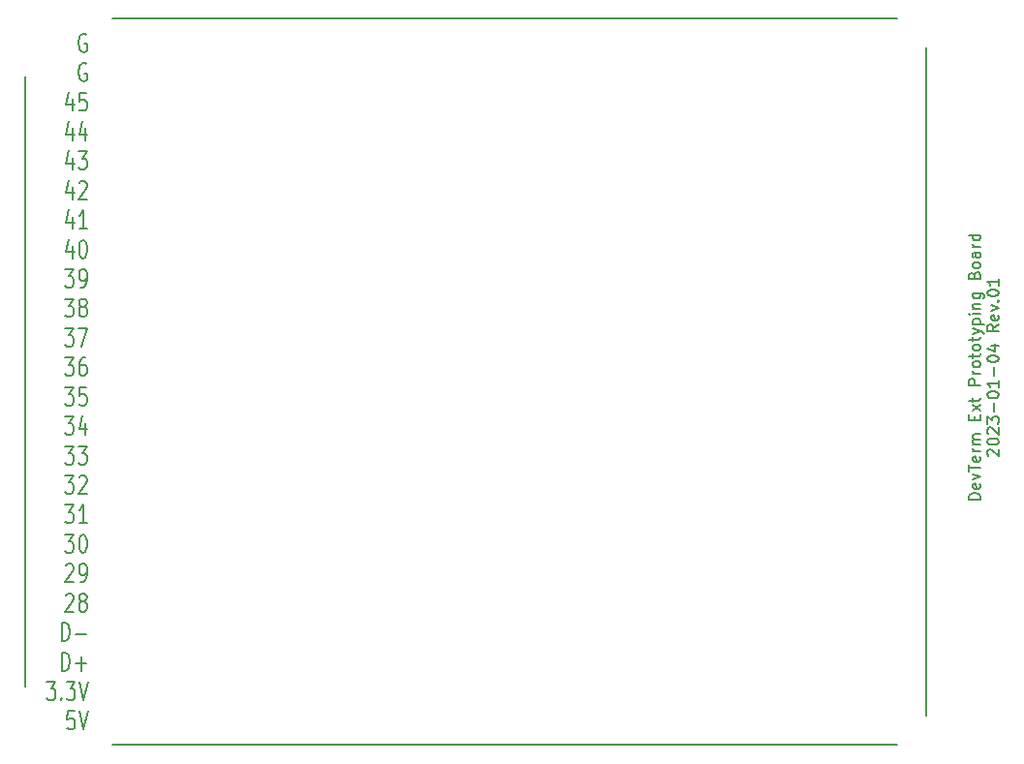
<source format=gbr>
%TF.GenerationSoftware,KiCad,Pcbnew,(6.0.7)*%
%TF.CreationDate,2023-01-04T15:29:54-05:00*%
%TF.ProjectId,PrototypeBoard,50726f74-6f74-4797-9065-426f6172642e,rev?*%
%TF.SameCoordinates,Original*%
%TF.FileFunction,Legend,Top*%
%TF.FilePolarity,Positive*%
%FSLAX46Y46*%
G04 Gerber Fmt 4.6, Leading zero omitted, Abs format (unit mm)*
G04 Created by KiCad (PCBNEW (6.0.7)) date 2023-01-04 15:29:54*
%MOMM*%
%LPD*%
G01*
G04 APERTURE LIST*
%ADD10C,0.150000*%
%ADD11C,0.200000*%
%ADD12R,2.350000X0.600000*%
%ADD13R,2.000000X2.000000*%
G04 APERTURE END LIST*
D10*
X185067380Y-110631428D02*
X184067380Y-110631428D01*
X184067380Y-110393333D01*
X184115000Y-110250476D01*
X184210238Y-110155238D01*
X184305476Y-110107619D01*
X184495952Y-110060000D01*
X184638809Y-110060000D01*
X184829285Y-110107619D01*
X184924523Y-110155238D01*
X185019761Y-110250476D01*
X185067380Y-110393333D01*
X185067380Y-110631428D01*
X185019761Y-109250476D02*
X185067380Y-109345714D01*
X185067380Y-109536190D01*
X185019761Y-109631428D01*
X184924523Y-109679047D01*
X184543571Y-109679047D01*
X184448333Y-109631428D01*
X184400714Y-109536190D01*
X184400714Y-109345714D01*
X184448333Y-109250476D01*
X184543571Y-109202857D01*
X184638809Y-109202857D01*
X184734047Y-109679047D01*
X184400714Y-108869523D02*
X185067380Y-108631428D01*
X184400714Y-108393333D01*
X184067380Y-108155238D02*
X184067380Y-107583809D01*
X185067380Y-107869523D02*
X184067380Y-107869523D01*
X185019761Y-106869523D02*
X185067380Y-106964761D01*
X185067380Y-107155238D01*
X185019761Y-107250476D01*
X184924523Y-107298095D01*
X184543571Y-107298095D01*
X184448333Y-107250476D01*
X184400714Y-107155238D01*
X184400714Y-106964761D01*
X184448333Y-106869523D01*
X184543571Y-106821904D01*
X184638809Y-106821904D01*
X184734047Y-107298095D01*
X185067380Y-106393333D02*
X184400714Y-106393333D01*
X184591190Y-106393333D02*
X184495952Y-106345714D01*
X184448333Y-106298095D01*
X184400714Y-106202857D01*
X184400714Y-106107619D01*
X185067380Y-105774285D02*
X184400714Y-105774285D01*
X184495952Y-105774285D02*
X184448333Y-105726666D01*
X184400714Y-105631428D01*
X184400714Y-105488571D01*
X184448333Y-105393333D01*
X184543571Y-105345714D01*
X185067380Y-105345714D01*
X184543571Y-105345714D02*
X184448333Y-105298095D01*
X184400714Y-105202857D01*
X184400714Y-105060000D01*
X184448333Y-104964761D01*
X184543571Y-104917142D01*
X185067380Y-104917142D01*
X184543571Y-103679047D02*
X184543571Y-103345714D01*
X185067380Y-103202857D02*
X185067380Y-103679047D01*
X184067380Y-103679047D01*
X184067380Y-103202857D01*
X185067380Y-102869523D02*
X184400714Y-102345714D01*
X184400714Y-102869523D02*
X185067380Y-102345714D01*
X184400714Y-102107619D02*
X184400714Y-101726666D01*
X184067380Y-101964761D02*
X184924523Y-101964761D01*
X185019761Y-101917142D01*
X185067380Y-101821904D01*
X185067380Y-101726666D01*
X185067380Y-100631428D02*
X184067380Y-100631428D01*
X184067380Y-100250476D01*
X184115000Y-100155238D01*
X184162619Y-100107619D01*
X184257857Y-100060000D01*
X184400714Y-100060000D01*
X184495952Y-100107619D01*
X184543571Y-100155238D01*
X184591190Y-100250476D01*
X184591190Y-100631428D01*
X185067380Y-99631428D02*
X184400714Y-99631428D01*
X184591190Y-99631428D02*
X184495952Y-99583809D01*
X184448333Y-99536190D01*
X184400714Y-99440952D01*
X184400714Y-99345714D01*
X185067380Y-98869523D02*
X185019761Y-98964761D01*
X184972142Y-99012380D01*
X184876904Y-99060000D01*
X184591190Y-99060000D01*
X184495952Y-99012380D01*
X184448333Y-98964761D01*
X184400714Y-98869523D01*
X184400714Y-98726666D01*
X184448333Y-98631428D01*
X184495952Y-98583809D01*
X184591190Y-98536190D01*
X184876904Y-98536190D01*
X184972142Y-98583809D01*
X185019761Y-98631428D01*
X185067380Y-98726666D01*
X185067380Y-98869523D01*
X184400714Y-98250476D02*
X184400714Y-97869523D01*
X184067380Y-98107619D02*
X184924523Y-98107619D01*
X185019761Y-98060000D01*
X185067380Y-97964761D01*
X185067380Y-97869523D01*
X185067380Y-97393333D02*
X185019761Y-97488571D01*
X184972142Y-97536190D01*
X184876904Y-97583809D01*
X184591190Y-97583809D01*
X184495952Y-97536190D01*
X184448333Y-97488571D01*
X184400714Y-97393333D01*
X184400714Y-97250476D01*
X184448333Y-97155238D01*
X184495952Y-97107619D01*
X184591190Y-97060000D01*
X184876904Y-97060000D01*
X184972142Y-97107619D01*
X185019761Y-97155238D01*
X185067380Y-97250476D01*
X185067380Y-97393333D01*
X184400714Y-96774285D02*
X184400714Y-96393333D01*
X184067380Y-96631428D02*
X184924523Y-96631428D01*
X185019761Y-96583809D01*
X185067380Y-96488571D01*
X185067380Y-96393333D01*
X184400714Y-96155238D02*
X185067380Y-95917142D01*
X184400714Y-95679047D02*
X185067380Y-95917142D01*
X185305476Y-96012380D01*
X185353095Y-96060000D01*
X185400714Y-96155238D01*
X184400714Y-95298095D02*
X185400714Y-95298095D01*
X184448333Y-95298095D02*
X184400714Y-95202857D01*
X184400714Y-95012380D01*
X184448333Y-94917142D01*
X184495952Y-94869523D01*
X184591190Y-94821904D01*
X184876904Y-94821904D01*
X184972142Y-94869523D01*
X185019761Y-94917142D01*
X185067380Y-95012380D01*
X185067380Y-95202857D01*
X185019761Y-95298095D01*
X185067380Y-94393333D02*
X184400714Y-94393333D01*
X184067380Y-94393333D02*
X184115000Y-94440952D01*
X184162619Y-94393333D01*
X184115000Y-94345714D01*
X184067380Y-94393333D01*
X184162619Y-94393333D01*
X184400714Y-93917142D02*
X185067380Y-93917142D01*
X184495952Y-93917142D02*
X184448333Y-93869523D01*
X184400714Y-93774285D01*
X184400714Y-93631428D01*
X184448333Y-93536190D01*
X184543571Y-93488571D01*
X185067380Y-93488571D01*
X184400714Y-92583809D02*
X185210238Y-92583809D01*
X185305476Y-92631428D01*
X185353095Y-92679047D01*
X185400714Y-92774285D01*
X185400714Y-92917142D01*
X185353095Y-93012380D01*
X185019761Y-92583809D02*
X185067380Y-92679047D01*
X185067380Y-92869523D01*
X185019761Y-92964761D01*
X184972142Y-93012380D01*
X184876904Y-93060000D01*
X184591190Y-93060000D01*
X184495952Y-93012380D01*
X184448333Y-92964761D01*
X184400714Y-92869523D01*
X184400714Y-92679047D01*
X184448333Y-92583809D01*
X184543571Y-91012380D02*
X184591190Y-90869523D01*
X184638809Y-90821904D01*
X184734047Y-90774285D01*
X184876904Y-90774285D01*
X184972142Y-90821904D01*
X185019761Y-90869523D01*
X185067380Y-90964761D01*
X185067380Y-91345714D01*
X184067380Y-91345714D01*
X184067380Y-91012380D01*
X184115000Y-90917142D01*
X184162619Y-90869523D01*
X184257857Y-90821904D01*
X184353095Y-90821904D01*
X184448333Y-90869523D01*
X184495952Y-90917142D01*
X184543571Y-91012380D01*
X184543571Y-91345714D01*
X185067380Y-90202857D02*
X185019761Y-90298095D01*
X184972142Y-90345714D01*
X184876904Y-90393333D01*
X184591190Y-90393333D01*
X184495952Y-90345714D01*
X184448333Y-90298095D01*
X184400714Y-90202857D01*
X184400714Y-90060000D01*
X184448333Y-89964761D01*
X184495952Y-89917142D01*
X184591190Y-89869523D01*
X184876904Y-89869523D01*
X184972142Y-89917142D01*
X185019761Y-89964761D01*
X185067380Y-90060000D01*
X185067380Y-90202857D01*
X185067380Y-89012380D02*
X184543571Y-89012380D01*
X184448333Y-89060000D01*
X184400714Y-89155238D01*
X184400714Y-89345714D01*
X184448333Y-89440952D01*
X185019761Y-89012380D02*
X185067380Y-89107619D01*
X185067380Y-89345714D01*
X185019761Y-89440952D01*
X184924523Y-89488571D01*
X184829285Y-89488571D01*
X184734047Y-89440952D01*
X184686428Y-89345714D01*
X184686428Y-89107619D01*
X184638809Y-89012380D01*
X185067380Y-88536190D02*
X184400714Y-88536190D01*
X184591190Y-88536190D02*
X184495952Y-88488571D01*
X184448333Y-88440952D01*
X184400714Y-88345714D01*
X184400714Y-88250476D01*
X185067380Y-87488571D02*
X184067380Y-87488571D01*
X185019761Y-87488571D02*
X185067380Y-87583809D01*
X185067380Y-87774285D01*
X185019761Y-87869523D01*
X184972142Y-87917142D01*
X184876904Y-87964761D01*
X184591190Y-87964761D01*
X184495952Y-87917142D01*
X184448333Y-87869523D01*
X184400714Y-87774285D01*
X184400714Y-87583809D01*
X184448333Y-87488571D01*
X185772619Y-106798095D02*
X185725000Y-106750476D01*
X185677380Y-106655238D01*
X185677380Y-106417142D01*
X185725000Y-106321904D01*
X185772619Y-106274285D01*
X185867857Y-106226666D01*
X185963095Y-106226666D01*
X186105952Y-106274285D01*
X186677380Y-106845714D01*
X186677380Y-106226666D01*
X185677380Y-105607619D02*
X185677380Y-105512380D01*
X185725000Y-105417142D01*
X185772619Y-105369523D01*
X185867857Y-105321904D01*
X186058333Y-105274285D01*
X186296428Y-105274285D01*
X186486904Y-105321904D01*
X186582142Y-105369523D01*
X186629761Y-105417142D01*
X186677380Y-105512380D01*
X186677380Y-105607619D01*
X186629761Y-105702857D01*
X186582142Y-105750476D01*
X186486904Y-105798095D01*
X186296428Y-105845714D01*
X186058333Y-105845714D01*
X185867857Y-105798095D01*
X185772619Y-105750476D01*
X185725000Y-105702857D01*
X185677380Y-105607619D01*
X185772619Y-104893333D02*
X185725000Y-104845714D01*
X185677380Y-104750476D01*
X185677380Y-104512380D01*
X185725000Y-104417142D01*
X185772619Y-104369523D01*
X185867857Y-104321904D01*
X185963095Y-104321904D01*
X186105952Y-104369523D01*
X186677380Y-104940952D01*
X186677380Y-104321904D01*
X185677380Y-103988571D02*
X185677380Y-103369523D01*
X186058333Y-103702857D01*
X186058333Y-103560000D01*
X186105952Y-103464761D01*
X186153571Y-103417142D01*
X186248809Y-103369523D01*
X186486904Y-103369523D01*
X186582142Y-103417142D01*
X186629761Y-103464761D01*
X186677380Y-103560000D01*
X186677380Y-103845714D01*
X186629761Y-103940952D01*
X186582142Y-103988571D01*
X186296428Y-102940952D02*
X186296428Y-102179047D01*
X185677380Y-101512380D02*
X185677380Y-101417142D01*
X185725000Y-101321904D01*
X185772619Y-101274285D01*
X185867857Y-101226666D01*
X186058333Y-101179047D01*
X186296428Y-101179047D01*
X186486904Y-101226666D01*
X186582142Y-101274285D01*
X186629761Y-101321904D01*
X186677380Y-101417142D01*
X186677380Y-101512380D01*
X186629761Y-101607619D01*
X186582142Y-101655238D01*
X186486904Y-101702857D01*
X186296428Y-101750476D01*
X186058333Y-101750476D01*
X185867857Y-101702857D01*
X185772619Y-101655238D01*
X185725000Y-101607619D01*
X185677380Y-101512380D01*
X186677380Y-100226666D02*
X186677380Y-100798095D01*
X186677380Y-100512380D02*
X185677380Y-100512380D01*
X185820238Y-100607619D01*
X185915476Y-100702857D01*
X185963095Y-100798095D01*
X186296428Y-99798095D02*
X186296428Y-99036190D01*
X185677380Y-98369523D02*
X185677380Y-98274285D01*
X185725000Y-98179047D01*
X185772619Y-98131428D01*
X185867857Y-98083809D01*
X186058333Y-98036190D01*
X186296428Y-98036190D01*
X186486904Y-98083809D01*
X186582142Y-98131428D01*
X186629761Y-98179047D01*
X186677380Y-98274285D01*
X186677380Y-98369523D01*
X186629761Y-98464761D01*
X186582142Y-98512380D01*
X186486904Y-98560000D01*
X186296428Y-98607619D01*
X186058333Y-98607619D01*
X185867857Y-98560000D01*
X185772619Y-98512380D01*
X185725000Y-98464761D01*
X185677380Y-98369523D01*
X186010714Y-97179047D02*
X186677380Y-97179047D01*
X185629761Y-97417142D02*
X186344047Y-97655238D01*
X186344047Y-97036190D01*
X186677380Y-95321904D02*
X186201190Y-95655238D01*
X186677380Y-95893333D02*
X185677380Y-95893333D01*
X185677380Y-95512380D01*
X185725000Y-95417142D01*
X185772619Y-95369523D01*
X185867857Y-95321904D01*
X186010714Y-95321904D01*
X186105952Y-95369523D01*
X186153571Y-95417142D01*
X186201190Y-95512380D01*
X186201190Y-95893333D01*
X186629761Y-94512380D02*
X186677380Y-94607619D01*
X186677380Y-94798095D01*
X186629761Y-94893333D01*
X186534523Y-94940952D01*
X186153571Y-94940952D01*
X186058333Y-94893333D01*
X186010714Y-94798095D01*
X186010714Y-94607619D01*
X186058333Y-94512380D01*
X186153571Y-94464761D01*
X186248809Y-94464761D01*
X186344047Y-94940952D01*
X186010714Y-94131428D02*
X186677380Y-93893333D01*
X186010714Y-93655238D01*
X186582142Y-93274285D02*
X186629761Y-93226666D01*
X186677380Y-93274285D01*
X186629761Y-93321904D01*
X186582142Y-93274285D01*
X186677380Y-93274285D01*
X185677380Y-92607619D02*
X185677380Y-92512380D01*
X185725000Y-92417142D01*
X185772619Y-92369523D01*
X185867857Y-92321904D01*
X186058333Y-92274285D01*
X186296428Y-92274285D01*
X186486904Y-92321904D01*
X186582142Y-92369523D01*
X186629761Y-92417142D01*
X186677380Y-92512380D01*
X186677380Y-92607619D01*
X186629761Y-92702857D01*
X186582142Y-92750476D01*
X186486904Y-92798095D01*
X186296428Y-92845714D01*
X186058333Y-92845714D01*
X185867857Y-92798095D01*
X185772619Y-92750476D01*
X185725000Y-92702857D01*
X185677380Y-92607619D01*
X186677380Y-91321904D02*
X186677380Y-91893333D01*
X186677380Y-91607619D02*
X185677380Y-91607619D01*
X185820238Y-91702857D01*
X185915476Y-91798095D01*
X185963095Y-91893333D01*
X101600000Y-73660000D02*
X101600000Y-127000000D01*
X109220000Y-68580000D02*
X177800000Y-68580000D01*
X180340000Y-129540000D02*
X180340000Y-71120000D01*
X109220000Y-132080000D02*
X177800000Y-132080000D01*
D11*
X106924685Y-69956800D02*
X106810400Y-69880609D01*
X106638971Y-69880609D01*
X106467542Y-69956800D01*
X106353257Y-70109180D01*
X106296114Y-70261561D01*
X106238971Y-70566323D01*
X106238971Y-70794895D01*
X106296114Y-71099657D01*
X106353257Y-71252038D01*
X106467542Y-71404419D01*
X106638971Y-71480609D01*
X106753257Y-71480609D01*
X106924685Y-71404419D01*
X106981828Y-71328228D01*
X106981828Y-70794895D01*
X106753257Y-70794895D01*
X106924685Y-72532800D02*
X106810400Y-72456609D01*
X106638971Y-72456609D01*
X106467542Y-72532800D01*
X106353257Y-72685180D01*
X106296114Y-72837561D01*
X106238971Y-73142323D01*
X106238971Y-73370895D01*
X106296114Y-73675657D01*
X106353257Y-73828038D01*
X106467542Y-73980419D01*
X106638971Y-74056609D01*
X106753257Y-74056609D01*
X106924685Y-73980419D01*
X106981828Y-73904228D01*
X106981828Y-73370895D01*
X106753257Y-73370895D01*
X105724685Y-75565942D02*
X105724685Y-76632609D01*
X105438971Y-74956419D02*
X105153257Y-76099276D01*
X105896114Y-76099276D01*
X106924685Y-75032609D02*
X106353257Y-75032609D01*
X106296114Y-75794514D01*
X106353257Y-75718323D01*
X106467542Y-75642133D01*
X106753257Y-75642133D01*
X106867542Y-75718323D01*
X106924685Y-75794514D01*
X106981828Y-75946895D01*
X106981828Y-76327847D01*
X106924685Y-76480228D01*
X106867542Y-76556419D01*
X106753257Y-76632609D01*
X106467542Y-76632609D01*
X106353257Y-76556419D01*
X106296114Y-76480228D01*
X105724685Y-78141942D02*
X105724685Y-79208609D01*
X105438971Y-77532419D02*
X105153257Y-78675276D01*
X105896114Y-78675276D01*
X106867542Y-78141942D02*
X106867542Y-79208609D01*
X106581828Y-77532419D02*
X106296114Y-78675276D01*
X107038971Y-78675276D01*
X105724685Y-80717942D02*
X105724685Y-81784609D01*
X105438971Y-80108419D02*
X105153257Y-81251276D01*
X105896114Y-81251276D01*
X106238971Y-80184609D02*
X106981828Y-80184609D01*
X106581828Y-80794133D01*
X106753257Y-80794133D01*
X106867542Y-80870323D01*
X106924685Y-80946514D01*
X106981828Y-81098895D01*
X106981828Y-81479847D01*
X106924685Y-81632228D01*
X106867542Y-81708419D01*
X106753257Y-81784609D01*
X106410400Y-81784609D01*
X106296114Y-81708419D01*
X106238971Y-81632228D01*
X105724685Y-83293942D02*
X105724685Y-84360609D01*
X105438971Y-82684419D02*
X105153257Y-83827276D01*
X105896114Y-83827276D01*
X106296114Y-82912990D02*
X106353257Y-82836800D01*
X106467542Y-82760609D01*
X106753257Y-82760609D01*
X106867542Y-82836800D01*
X106924685Y-82912990D01*
X106981828Y-83065371D01*
X106981828Y-83217752D01*
X106924685Y-83446323D01*
X106238971Y-84360609D01*
X106981828Y-84360609D01*
X105724685Y-85869942D02*
X105724685Y-86936609D01*
X105438971Y-85260419D02*
X105153257Y-86403276D01*
X105896114Y-86403276D01*
X106981828Y-86936609D02*
X106296114Y-86936609D01*
X106638971Y-86936609D02*
X106638971Y-85336609D01*
X106524685Y-85565180D01*
X106410400Y-85717561D01*
X106296114Y-85793752D01*
X105724685Y-88445942D02*
X105724685Y-89512609D01*
X105438971Y-87836419D02*
X105153257Y-88979276D01*
X105896114Y-88979276D01*
X106581828Y-87912609D02*
X106696114Y-87912609D01*
X106810400Y-87988800D01*
X106867542Y-88064990D01*
X106924685Y-88217371D01*
X106981828Y-88522133D01*
X106981828Y-88903085D01*
X106924685Y-89207847D01*
X106867542Y-89360228D01*
X106810400Y-89436419D01*
X106696114Y-89512609D01*
X106581828Y-89512609D01*
X106467542Y-89436419D01*
X106410400Y-89360228D01*
X106353257Y-89207847D01*
X106296114Y-88903085D01*
X106296114Y-88522133D01*
X106353257Y-88217371D01*
X106410400Y-88064990D01*
X106467542Y-87988800D01*
X106581828Y-87912609D01*
X105096114Y-90488609D02*
X105838971Y-90488609D01*
X105438971Y-91098133D01*
X105610400Y-91098133D01*
X105724685Y-91174323D01*
X105781828Y-91250514D01*
X105838971Y-91402895D01*
X105838971Y-91783847D01*
X105781828Y-91936228D01*
X105724685Y-92012419D01*
X105610400Y-92088609D01*
X105267542Y-92088609D01*
X105153257Y-92012419D01*
X105096114Y-91936228D01*
X106410400Y-92088609D02*
X106638971Y-92088609D01*
X106753257Y-92012419D01*
X106810400Y-91936228D01*
X106924685Y-91707657D01*
X106981828Y-91402895D01*
X106981828Y-90793371D01*
X106924685Y-90640990D01*
X106867542Y-90564800D01*
X106753257Y-90488609D01*
X106524685Y-90488609D01*
X106410400Y-90564800D01*
X106353257Y-90640990D01*
X106296114Y-90793371D01*
X106296114Y-91174323D01*
X106353257Y-91326704D01*
X106410400Y-91402895D01*
X106524685Y-91479085D01*
X106753257Y-91479085D01*
X106867542Y-91402895D01*
X106924685Y-91326704D01*
X106981828Y-91174323D01*
X105096114Y-93064609D02*
X105838971Y-93064609D01*
X105438971Y-93674133D01*
X105610400Y-93674133D01*
X105724685Y-93750323D01*
X105781828Y-93826514D01*
X105838971Y-93978895D01*
X105838971Y-94359847D01*
X105781828Y-94512228D01*
X105724685Y-94588419D01*
X105610400Y-94664609D01*
X105267542Y-94664609D01*
X105153257Y-94588419D01*
X105096114Y-94512228D01*
X106524685Y-93750323D02*
X106410400Y-93674133D01*
X106353257Y-93597942D01*
X106296114Y-93445561D01*
X106296114Y-93369371D01*
X106353257Y-93216990D01*
X106410400Y-93140800D01*
X106524685Y-93064609D01*
X106753257Y-93064609D01*
X106867542Y-93140800D01*
X106924685Y-93216990D01*
X106981828Y-93369371D01*
X106981828Y-93445561D01*
X106924685Y-93597942D01*
X106867542Y-93674133D01*
X106753257Y-93750323D01*
X106524685Y-93750323D01*
X106410400Y-93826514D01*
X106353257Y-93902704D01*
X106296114Y-94055085D01*
X106296114Y-94359847D01*
X106353257Y-94512228D01*
X106410400Y-94588419D01*
X106524685Y-94664609D01*
X106753257Y-94664609D01*
X106867542Y-94588419D01*
X106924685Y-94512228D01*
X106981828Y-94359847D01*
X106981828Y-94055085D01*
X106924685Y-93902704D01*
X106867542Y-93826514D01*
X106753257Y-93750323D01*
X105096114Y-95640609D02*
X105838971Y-95640609D01*
X105438971Y-96250133D01*
X105610400Y-96250133D01*
X105724685Y-96326323D01*
X105781828Y-96402514D01*
X105838971Y-96554895D01*
X105838971Y-96935847D01*
X105781828Y-97088228D01*
X105724685Y-97164419D01*
X105610400Y-97240609D01*
X105267542Y-97240609D01*
X105153257Y-97164419D01*
X105096114Y-97088228D01*
X106238971Y-95640609D02*
X107038971Y-95640609D01*
X106524685Y-97240609D01*
X105096114Y-98216609D02*
X105838971Y-98216609D01*
X105438971Y-98826133D01*
X105610400Y-98826133D01*
X105724685Y-98902323D01*
X105781828Y-98978514D01*
X105838971Y-99130895D01*
X105838971Y-99511847D01*
X105781828Y-99664228D01*
X105724685Y-99740419D01*
X105610400Y-99816609D01*
X105267542Y-99816609D01*
X105153257Y-99740419D01*
X105096114Y-99664228D01*
X106867542Y-98216609D02*
X106638971Y-98216609D01*
X106524685Y-98292800D01*
X106467542Y-98368990D01*
X106353257Y-98597561D01*
X106296114Y-98902323D01*
X106296114Y-99511847D01*
X106353257Y-99664228D01*
X106410400Y-99740419D01*
X106524685Y-99816609D01*
X106753257Y-99816609D01*
X106867542Y-99740419D01*
X106924685Y-99664228D01*
X106981828Y-99511847D01*
X106981828Y-99130895D01*
X106924685Y-98978514D01*
X106867542Y-98902323D01*
X106753257Y-98826133D01*
X106524685Y-98826133D01*
X106410400Y-98902323D01*
X106353257Y-98978514D01*
X106296114Y-99130895D01*
X105096114Y-100792609D02*
X105838971Y-100792609D01*
X105438971Y-101402133D01*
X105610400Y-101402133D01*
X105724685Y-101478323D01*
X105781828Y-101554514D01*
X105838971Y-101706895D01*
X105838971Y-102087847D01*
X105781828Y-102240228D01*
X105724685Y-102316419D01*
X105610400Y-102392609D01*
X105267542Y-102392609D01*
X105153257Y-102316419D01*
X105096114Y-102240228D01*
X106924685Y-100792609D02*
X106353257Y-100792609D01*
X106296114Y-101554514D01*
X106353257Y-101478323D01*
X106467542Y-101402133D01*
X106753257Y-101402133D01*
X106867542Y-101478323D01*
X106924685Y-101554514D01*
X106981828Y-101706895D01*
X106981828Y-102087847D01*
X106924685Y-102240228D01*
X106867542Y-102316419D01*
X106753257Y-102392609D01*
X106467542Y-102392609D01*
X106353257Y-102316419D01*
X106296114Y-102240228D01*
X105096114Y-103368609D02*
X105838971Y-103368609D01*
X105438971Y-103978133D01*
X105610400Y-103978133D01*
X105724685Y-104054323D01*
X105781828Y-104130514D01*
X105838971Y-104282895D01*
X105838971Y-104663847D01*
X105781828Y-104816228D01*
X105724685Y-104892419D01*
X105610400Y-104968609D01*
X105267542Y-104968609D01*
X105153257Y-104892419D01*
X105096114Y-104816228D01*
X106867542Y-103901942D02*
X106867542Y-104968609D01*
X106581828Y-103292419D02*
X106296114Y-104435276D01*
X107038971Y-104435276D01*
X105096114Y-105944609D02*
X105838971Y-105944609D01*
X105438971Y-106554133D01*
X105610400Y-106554133D01*
X105724685Y-106630323D01*
X105781828Y-106706514D01*
X105838971Y-106858895D01*
X105838971Y-107239847D01*
X105781828Y-107392228D01*
X105724685Y-107468419D01*
X105610400Y-107544609D01*
X105267542Y-107544609D01*
X105153257Y-107468419D01*
X105096114Y-107392228D01*
X106238971Y-105944609D02*
X106981828Y-105944609D01*
X106581828Y-106554133D01*
X106753257Y-106554133D01*
X106867542Y-106630323D01*
X106924685Y-106706514D01*
X106981828Y-106858895D01*
X106981828Y-107239847D01*
X106924685Y-107392228D01*
X106867542Y-107468419D01*
X106753257Y-107544609D01*
X106410400Y-107544609D01*
X106296114Y-107468419D01*
X106238971Y-107392228D01*
X105096114Y-108520609D02*
X105838971Y-108520609D01*
X105438971Y-109130133D01*
X105610400Y-109130133D01*
X105724685Y-109206323D01*
X105781828Y-109282514D01*
X105838971Y-109434895D01*
X105838971Y-109815847D01*
X105781828Y-109968228D01*
X105724685Y-110044419D01*
X105610400Y-110120609D01*
X105267542Y-110120609D01*
X105153257Y-110044419D01*
X105096114Y-109968228D01*
X106296114Y-108672990D02*
X106353257Y-108596800D01*
X106467542Y-108520609D01*
X106753257Y-108520609D01*
X106867542Y-108596800D01*
X106924685Y-108672990D01*
X106981828Y-108825371D01*
X106981828Y-108977752D01*
X106924685Y-109206323D01*
X106238971Y-110120609D01*
X106981828Y-110120609D01*
X105096114Y-111096609D02*
X105838971Y-111096609D01*
X105438971Y-111706133D01*
X105610400Y-111706133D01*
X105724685Y-111782323D01*
X105781828Y-111858514D01*
X105838971Y-112010895D01*
X105838971Y-112391847D01*
X105781828Y-112544228D01*
X105724685Y-112620419D01*
X105610400Y-112696609D01*
X105267542Y-112696609D01*
X105153257Y-112620419D01*
X105096114Y-112544228D01*
X106981828Y-112696609D02*
X106296114Y-112696609D01*
X106638971Y-112696609D02*
X106638971Y-111096609D01*
X106524685Y-111325180D01*
X106410400Y-111477561D01*
X106296114Y-111553752D01*
X105096114Y-113672609D02*
X105838971Y-113672609D01*
X105438971Y-114282133D01*
X105610400Y-114282133D01*
X105724685Y-114358323D01*
X105781828Y-114434514D01*
X105838971Y-114586895D01*
X105838971Y-114967847D01*
X105781828Y-115120228D01*
X105724685Y-115196419D01*
X105610400Y-115272609D01*
X105267542Y-115272609D01*
X105153257Y-115196419D01*
X105096114Y-115120228D01*
X106581828Y-113672609D02*
X106696114Y-113672609D01*
X106810400Y-113748800D01*
X106867542Y-113824990D01*
X106924685Y-113977371D01*
X106981828Y-114282133D01*
X106981828Y-114663085D01*
X106924685Y-114967847D01*
X106867542Y-115120228D01*
X106810400Y-115196419D01*
X106696114Y-115272609D01*
X106581828Y-115272609D01*
X106467542Y-115196419D01*
X106410400Y-115120228D01*
X106353257Y-114967847D01*
X106296114Y-114663085D01*
X106296114Y-114282133D01*
X106353257Y-113977371D01*
X106410400Y-113824990D01*
X106467542Y-113748800D01*
X106581828Y-113672609D01*
X105153257Y-116400990D02*
X105210400Y-116324800D01*
X105324685Y-116248609D01*
X105610400Y-116248609D01*
X105724685Y-116324800D01*
X105781828Y-116400990D01*
X105838971Y-116553371D01*
X105838971Y-116705752D01*
X105781828Y-116934323D01*
X105096114Y-117848609D01*
X105838971Y-117848609D01*
X106410400Y-117848609D02*
X106638971Y-117848609D01*
X106753257Y-117772419D01*
X106810400Y-117696228D01*
X106924685Y-117467657D01*
X106981828Y-117162895D01*
X106981828Y-116553371D01*
X106924685Y-116400990D01*
X106867542Y-116324800D01*
X106753257Y-116248609D01*
X106524685Y-116248609D01*
X106410400Y-116324800D01*
X106353257Y-116400990D01*
X106296114Y-116553371D01*
X106296114Y-116934323D01*
X106353257Y-117086704D01*
X106410400Y-117162895D01*
X106524685Y-117239085D01*
X106753257Y-117239085D01*
X106867542Y-117162895D01*
X106924685Y-117086704D01*
X106981828Y-116934323D01*
X105153257Y-118976990D02*
X105210400Y-118900800D01*
X105324685Y-118824609D01*
X105610400Y-118824609D01*
X105724685Y-118900800D01*
X105781828Y-118976990D01*
X105838971Y-119129371D01*
X105838971Y-119281752D01*
X105781828Y-119510323D01*
X105096114Y-120424609D01*
X105838971Y-120424609D01*
X106524685Y-119510323D02*
X106410400Y-119434133D01*
X106353257Y-119357942D01*
X106296114Y-119205561D01*
X106296114Y-119129371D01*
X106353257Y-118976990D01*
X106410400Y-118900800D01*
X106524685Y-118824609D01*
X106753257Y-118824609D01*
X106867542Y-118900800D01*
X106924685Y-118976990D01*
X106981828Y-119129371D01*
X106981828Y-119205561D01*
X106924685Y-119357942D01*
X106867542Y-119434133D01*
X106753257Y-119510323D01*
X106524685Y-119510323D01*
X106410400Y-119586514D01*
X106353257Y-119662704D01*
X106296114Y-119815085D01*
X106296114Y-120119847D01*
X106353257Y-120272228D01*
X106410400Y-120348419D01*
X106524685Y-120424609D01*
X106753257Y-120424609D01*
X106867542Y-120348419D01*
X106924685Y-120272228D01*
X106981828Y-120119847D01*
X106981828Y-119815085D01*
X106924685Y-119662704D01*
X106867542Y-119586514D01*
X106753257Y-119510323D01*
X104810400Y-123000609D02*
X104810400Y-121400609D01*
X105096114Y-121400609D01*
X105267542Y-121476800D01*
X105381828Y-121629180D01*
X105438971Y-121781561D01*
X105496114Y-122086323D01*
X105496114Y-122314895D01*
X105438971Y-122619657D01*
X105381828Y-122772038D01*
X105267542Y-122924419D01*
X105096114Y-123000609D01*
X104810400Y-123000609D01*
X106010400Y-122391085D02*
X106924685Y-122391085D01*
X104810400Y-125576609D02*
X104810400Y-123976609D01*
X105096114Y-123976609D01*
X105267542Y-124052800D01*
X105381828Y-124205180D01*
X105438971Y-124357561D01*
X105496114Y-124662323D01*
X105496114Y-124890895D01*
X105438971Y-125195657D01*
X105381828Y-125348038D01*
X105267542Y-125500419D01*
X105096114Y-125576609D01*
X104810400Y-125576609D01*
X106010400Y-124967085D02*
X106924685Y-124967085D01*
X106467542Y-125576609D02*
X106467542Y-124357561D01*
X103496114Y-126552609D02*
X104238971Y-126552609D01*
X103838971Y-127162133D01*
X104010400Y-127162133D01*
X104124685Y-127238323D01*
X104181828Y-127314514D01*
X104238971Y-127466895D01*
X104238971Y-127847847D01*
X104181828Y-128000228D01*
X104124685Y-128076419D01*
X104010400Y-128152609D01*
X103667542Y-128152609D01*
X103553257Y-128076419D01*
X103496114Y-128000228D01*
X104753257Y-128000228D02*
X104810400Y-128076419D01*
X104753257Y-128152609D01*
X104696114Y-128076419D01*
X104753257Y-128000228D01*
X104753257Y-128152609D01*
X105210400Y-126552609D02*
X105953257Y-126552609D01*
X105553257Y-127162133D01*
X105724685Y-127162133D01*
X105838971Y-127238323D01*
X105896114Y-127314514D01*
X105953257Y-127466895D01*
X105953257Y-127847847D01*
X105896114Y-128000228D01*
X105838971Y-128076419D01*
X105724685Y-128152609D01*
X105381828Y-128152609D01*
X105267542Y-128076419D01*
X105210400Y-128000228D01*
X106296114Y-126552609D02*
X106696114Y-128152609D01*
X107096114Y-126552609D01*
X105896114Y-129128609D02*
X105324685Y-129128609D01*
X105267542Y-129890514D01*
X105324685Y-129814323D01*
X105438971Y-129738133D01*
X105724685Y-129738133D01*
X105838971Y-129814323D01*
X105896114Y-129890514D01*
X105953257Y-130042895D01*
X105953257Y-130423847D01*
X105896114Y-130576228D01*
X105838971Y-130652419D01*
X105724685Y-130728609D01*
X105438971Y-130728609D01*
X105324685Y-130652419D01*
X105267542Y-130576228D01*
X106296114Y-129128609D02*
X106696114Y-130728609D01*
X107096114Y-129128609D01*
%LPC*%
D12*
%TO.C,J1*%
X91539412Y-111709558D03*
X91539412Y-110909558D03*
X91539412Y-110109558D03*
X91539412Y-109309558D03*
X91539412Y-108509558D03*
X91539412Y-107709558D03*
X91539412Y-106909558D03*
X91539412Y-106109558D03*
X91539412Y-102109558D03*
X91539412Y-101309558D03*
X91539412Y-100509558D03*
X91539412Y-99709558D03*
X91539412Y-98909558D03*
X91539412Y-98109558D03*
X91539412Y-97309558D03*
X91539412Y-96509558D03*
X91539412Y-95709558D03*
X91539412Y-94909558D03*
X91539412Y-94109558D03*
X91539412Y-93309558D03*
X91539412Y-92509558D03*
X91539412Y-91709558D03*
X91539412Y-90909558D03*
X91539412Y-90109558D03*
X91539412Y-89309558D03*
X91539412Y-88509558D03*
%TD*%
D13*
%TO.C,J2*%
X177800000Y-71120000D03*
X121920000Y-71120000D03*
X144780000Y-71120000D03*
X165100000Y-71120000D03*
X129621070Y-71174005D03*
X134620000Y-71120000D03*
X139700000Y-71120000D03*
X111760000Y-71120000D03*
X132080000Y-71120000D03*
X114300000Y-71120000D03*
X142240000Y-71120000D03*
X124422847Y-71174005D03*
X147320000Y-71120000D03*
X157480000Y-71120000D03*
X152325695Y-71174005D03*
X126925695Y-71174005D03*
X119380000Y-71120000D03*
X137160000Y-71120000D03*
X162560000Y-71120000D03*
X155021070Y-71174005D03*
X160020000Y-71120000D03*
X149822847Y-71174005D03*
X167640000Y-71120000D03*
X172720000Y-71120000D03*
X170180000Y-71120000D03*
X116840000Y-71120000D03*
X175222847Y-71174005D03*
X114300000Y-73660000D03*
X124422847Y-73714005D03*
X137160000Y-73660000D03*
X129621070Y-73714005D03*
X126925695Y-73714005D03*
X175222847Y-73714005D03*
X119380000Y-73660000D03*
X155021070Y-73714005D03*
X165100000Y-73660000D03*
X134620000Y-73660000D03*
X111760000Y-73660000D03*
X144780000Y-73660000D03*
X152325695Y-73714005D03*
X121920000Y-73660000D03*
X116840000Y-73660000D03*
X172720000Y-73660000D03*
X132080000Y-73660000D03*
X149822847Y-73714005D03*
X162560000Y-73660000D03*
X170180000Y-73660000D03*
X142240000Y-73660000D03*
X139700000Y-73660000D03*
X157480000Y-73660000D03*
X177800000Y-73660000D03*
X147320000Y-73660000D03*
X160020000Y-73660000D03*
X167640000Y-73660000D03*
X144780000Y-76200000D03*
X121920000Y-76200000D03*
X119380000Y-76200000D03*
X134620000Y-76200000D03*
X175222847Y-76254005D03*
X129621070Y-76254005D03*
X142240000Y-76200000D03*
X170180000Y-76200000D03*
X172720000Y-76200000D03*
X177800000Y-76200000D03*
X139700000Y-76200000D03*
X137160000Y-76200000D03*
X116840000Y-76200000D03*
X149822847Y-76254005D03*
X132080000Y-76200000D03*
X165100000Y-76200000D03*
X162560000Y-76200000D03*
X147320000Y-76200000D03*
X124422847Y-76254005D03*
X114300000Y-76200000D03*
X152325695Y-76254005D03*
X111760000Y-76200000D03*
X167640000Y-76200000D03*
X126925695Y-76254005D03*
X157480000Y-76200000D03*
X160020000Y-76200000D03*
X155021070Y-76254005D03*
X114300000Y-78740000D03*
X142240000Y-78740000D03*
X129621070Y-78794005D03*
X149822847Y-78794005D03*
X170180000Y-78740000D03*
X147320000Y-78740000D03*
X165100000Y-78740000D03*
X116840000Y-78740000D03*
X139700000Y-78740000D03*
X172720000Y-78740000D03*
X155021070Y-78794005D03*
X132080000Y-78740000D03*
X177800000Y-78740000D03*
X134620000Y-78740000D03*
X126925695Y-78794005D03*
X157480000Y-78740000D03*
X137160000Y-78740000D03*
X167640000Y-78740000D03*
X175222847Y-78794005D03*
X144780000Y-78740000D03*
X119380000Y-78740000D03*
X121920000Y-78740000D03*
X160020000Y-78740000D03*
X162560000Y-78740000D03*
X111760000Y-78740000D03*
X124422847Y-78794005D03*
X152325695Y-78794005D03*
X114300000Y-81280000D03*
X157480000Y-81280000D03*
X149822847Y-81334005D03*
X124422847Y-81334005D03*
X167640000Y-81280000D03*
X175222847Y-81334005D03*
X126925695Y-81334005D03*
X134620000Y-81280000D03*
X162560000Y-81280000D03*
X155021070Y-81334005D03*
X147320000Y-81280000D03*
X132080000Y-81280000D03*
X119380000Y-81280000D03*
X144780000Y-81280000D03*
X121920000Y-81280000D03*
X177800000Y-81280000D03*
X165100000Y-81280000D03*
X116840000Y-81280000D03*
X152325695Y-81334005D03*
X111760000Y-81280000D03*
X129621070Y-81334005D03*
X142240000Y-81280000D03*
X139700000Y-81280000D03*
X137160000Y-81280000D03*
X160020000Y-81280000D03*
X172720000Y-81280000D03*
X170180000Y-81280000D03*
X116840000Y-83820000D03*
X157480000Y-83820000D03*
X137160000Y-83820000D03*
X132080000Y-83820000D03*
X167640000Y-83820000D03*
X170180000Y-83820000D03*
X142240000Y-83820000D03*
X165100000Y-83820000D03*
X155021070Y-83874005D03*
X162560000Y-83820000D03*
X111760000Y-83820000D03*
X175222847Y-83874005D03*
X139700000Y-83820000D03*
X144780000Y-83820000D03*
X114300000Y-83820000D03*
X152325695Y-83874005D03*
X124422847Y-83874005D03*
X160020000Y-83820000D03*
X129621070Y-83874005D03*
X121920000Y-83820000D03*
X172720000Y-83820000D03*
X134620000Y-83820000D03*
X126925695Y-83874005D03*
X119380000Y-83820000D03*
X177800000Y-83820000D03*
X147320000Y-83820000D03*
X149822847Y-83874005D03*
X172720000Y-86360000D03*
X137160000Y-86360000D03*
X149822847Y-86414005D03*
X114300000Y-86360000D03*
X167640000Y-86360000D03*
X175222847Y-86414005D03*
X160020000Y-86360000D03*
X177800000Y-86360000D03*
X170180000Y-86360000D03*
X119380000Y-86360000D03*
X132080000Y-86360000D03*
X142240000Y-86360000D03*
X155021070Y-86414005D03*
X152325695Y-86414005D03*
X162560000Y-86360000D03*
X121920000Y-86360000D03*
X116840000Y-86360000D03*
X129621070Y-86414005D03*
X144780000Y-86360000D03*
X157480000Y-86360000D03*
X126925695Y-86414005D03*
X111760000Y-86360000D03*
X147320000Y-86360000D03*
X124422847Y-86414005D03*
X165100000Y-86360000D03*
X139700000Y-86360000D03*
X134620000Y-86360000D03*
X157480000Y-88900000D03*
X119380000Y-88900000D03*
X134620000Y-88900000D03*
X172720000Y-88900000D03*
X170180000Y-88900000D03*
X111760000Y-88900000D03*
X142240000Y-88900000D03*
X124422847Y-88954005D03*
X116840000Y-88900000D03*
X165100000Y-88900000D03*
X137160000Y-88900000D03*
X162560000Y-88900000D03*
X139700000Y-88900000D03*
X152325695Y-88954005D03*
X175222847Y-88954005D03*
X114300000Y-88900000D03*
X121920000Y-88900000D03*
X149822847Y-88954005D03*
X126925695Y-88954005D03*
X132080000Y-88900000D03*
X129621070Y-88954005D03*
X167640000Y-88900000D03*
X177800000Y-88900000D03*
X144780000Y-88900000D03*
X160020000Y-88900000D03*
X147320000Y-88900000D03*
X155021070Y-88954005D03*
X152325695Y-91494005D03*
X116840000Y-91440000D03*
X147320000Y-91440000D03*
X111760000Y-91440000D03*
X162560000Y-91440000D03*
X142240000Y-91440000D03*
X157480000Y-91440000D03*
X155021070Y-91494005D03*
X167640000Y-91440000D03*
X119380000Y-91440000D03*
X139700000Y-91440000D03*
X175222847Y-91494005D03*
X132080000Y-91440000D03*
X177800000Y-91440000D03*
X172720000Y-91440000D03*
X170180000Y-91440000D03*
X137160000Y-91440000D03*
X121920000Y-91440000D03*
X114300000Y-91440000D03*
X144780000Y-91440000D03*
X149822847Y-91494005D03*
X134620000Y-91440000D03*
X126925695Y-91494005D03*
X160020000Y-91440000D03*
X124422847Y-91494005D03*
X165100000Y-91440000D03*
X129621070Y-91494005D03*
X172720000Y-93980000D03*
X165100000Y-93980000D03*
X170180000Y-93980000D03*
X177800000Y-93980000D03*
X114300000Y-93980000D03*
X124422847Y-94034005D03*
X121920000Y-93980000D03*
X116840000Y-93980000D03*
X129621070Y-94034005D03*
X119380000Y-93980000D03*
X139700000Y-93980000D03*
X152325695Y-94034005D03*
X160020000Y-93980000D03*
X167640000Y-93980000D03*
X144780000Y-93980000D03*
X175222847Y-94034005D03*
X162560000Y-93980000D03*
X142240000Y-93980000D03*
X155021070Y-94034005D03*
X132080000Y-93980000D03*
X137160000Y-93980000D03*
X157480000Y-93980000D03*
X111760000Y-93980000D03*
X149822847Y-94034005D03*
X126925695Y-94034005D03*
X147320000Y-93980000D03*
X134620000Y-93980000D03*
X167640000Y-96520000D03*
X157480000Y-96520000D03*
X152325695Y-96574005D03*
X177800000Y-96520000D03*
X121920000Y-96520000D03*
X172720000Y-96520000D03*
X129621070Y-96574005D03*
X144780000Y-96520000D03*
X134620000Y-96520000D03*
X116840000Y-96520000D03*
X124422847Y-96574005D03*
X160020000Y-96520000D03*
X119380000Y-96520000D03*
X170180000Y-96520000D03*
X137160000Y-96520000D03*
X149822847Y-96574005D03*
X155021070Y-96574005D03*
X175222847Y-96574005D03*
X111760000Y-96520000D03*
X114300000Y-96520000D03*
X162560000Y-96520000D03*
X139700000Y-96520000D03*
X132080000Y-96520000D03*
X165100000Y-96520000D03*
X147320000Y-96520000D03*
X126925695Y-96574005D03*
X142240000Y-96520000D03*
X149822847Y-99114005D03*
X157480000Y-99060000D03*
X162560000Y-99060000D03*
X116840000Y-99060000D03*
X172720000Y-99060000D03*
X155021070Y-99114005D03*
X121920000Y-99060000D03*
X137160000Y-99060000D03*
X147320000Y-99060000D03*
X111760000Y-99060000D03*
X152325695Y-99114005D03*
X114300000Y-99060000D03*
X129621070Y-99114005D03*
X139700000Y-99060000D03*
X177800000Y-99060000D03*
X132080000Y-99060000D03*
X167640000Y-99060000D03*
X142240000Y-99060000D03*
X144780000Y-99060000D03*
X124422847Y-99114005D03*
X175222847Y-99114005D03*
X134620000Y-99060000D03*
X119380000Y-99060000D03*
X126925695Y-99114005D03*
X165100000Y-99060000D03*
X160020000Y-99060000D03*
X170180000Y-99060000D03*
X111760000Y-101600000D03*
X149822847Y-101654005D03*
X132080000Y-101600000D03*
X126925695Y-101654005D03*
X121920000Y-101600000D03*
X142240000Y-101600000D03*
X157480000Y-101600000D03*
X165100000Y-101600000D03*
X134620000Y-101600000D03*
X124422847Y-101654005D03*
X175222847Y-101654005D03*
X162560000Y-101600000D03*
X116840000Y-101600000D03*
X137160000Y-101600000D03*
X129621070Y-101654005D03*
X172720000Y-101600000D03*
X155021070Y-101654005D03*
X160020000Y-101600000D03*
X177800000Y-101600000D03*
X167640000Y-101600000D03*
X147320000Y-101600000D03*
X114300000Y-101600000D03*
X152325695Y-101654005D03*
X170180000Y-101600000D03*
X119380000Y-101600000D03*
X139700000Y-101600000D03*
X144780000Y-101600000D03*
X114300000Y-104140000D03*
X126925695Y-104194005D03*
X152325695Y-104194005D03*
X165100000Y-104140000D03*
X134620000Y-104140000D03*
X119380000Y-104140000D03*
X155021070Y-104194005D03*
X111760000Y-104140000D03*
X177800000Y-104140000D03*
X147320000Y-104140000D03*
X175222847Y-104194005D03*
X129621070Y-104194005D03*
X144780000Y-104140000D03*
X121920000Y-104140000D03*
X149822847Y-104194005D03*
X137160000Y-104140000D03*
X160020000Y-104140000D03*
X170180000Y-104140000D03*
X167640000Y-104140000D03*
X139700000Y-104140000D03*
X142240000Y-104140000D03*
X124422847Y-104194005D03*
X162560000Y-104140000D03*
X157480000Y-104140000D03*
X172720000Y-104140000D03*
X132080000Y-104140000D03*
X116840000Y-104140000D03*
X175222847Y-106734005D03*
X139700000Y-106680000D03*
X134620000Y-106680000D03*
X126925695Y-106734005D03*
X111760000Y-106680000D03*
X147320000Y-106680000D03*
X124422847Y-106734005D03*
X116840000Y-106680000D03*
X160020000Y-106680000D03*
X144780000Y-106680000D03*
X132080000Y-106680000D03*
X155021070Y-106734005D03*
X162560000Y-106680000D03*
X119380000Y-106680000D03*
X167640000Y-106680000D03*
X165100000Y-106680000D03*
X137160000Y-106680000D03*
X177800000Y-106680000D03*
X114300000Y-106680000D03*
X152325695Y-106734005D03*
X172720000Y-106680000D03*
X157480000Y-106680000D03*
X170180000Y-106680000D03*
X129621070Y-106734005D03*
X121920000Y-106680000D03*
X149822847Y-106734005D03*
X142240000Y-106680000D03*
X124422847Y-109274005D03*
X137160000Y-109220000D03*
X111760000Y-109220000D03*
X129621070Y-109274005D03*
X119380000Y-109220000D03*
X175222847Y-109274005D03*
X160020000Y-109220000D03*
X149822847Y-109274005D03*
X126925695Y-109274005D03*
X144780000Y-109220000D03*
X116840000Y-109220000D03*
X121920000Y-109220000D03*
X157480000Y-109220000D03*
X142240000Y-109220000D03*
X114300000Y-109220000D03*
X139700000Y-109220000D03*
X147320000Y-109220000D03*
X172720000Y-109220000D03*
X165100000Y-109220000D03*
X162560000Y-109220000D03*
X152325695Y-109274005D03*
X132080000Y-109220000D03*
X134620000Y-109220000D03*
X155021070Y-109274005D03*
X170180000Y-109220000D03*
X177800000Y-109220000D03*
X167640000Y-109220000D03*
X162560000Y-111760000D03*
X126925695Y-111814005D03*
X132080000Y-111760000D03*
X157480000Y-111760000D03*
X155021070Y-111814005D03*
X134620000Y-111760000D03*
X175222847Y-111814005D03*
X160020000Y-111760000D03*
X139700000Y-111760000D03*
X116840000Y-111760000D03*
X121920000Y-111760000D03*
X152325695Y-111814005D03*
X142240000Y-111760000D03*
X167640000Y-111760000D03*
X165100000Y-111760000D03*
X129621070Y-111814005D03*
X137160000Y-111760000D03*
X170180000Y-111760000D03*
X124422847Y-111814005D03*
X119380000Y-111760000D03*
X147320000Y-111760000D03*
X172720000Y-111760000D03*
X177800000Y-111760000D03*
X111760000Y-111760000D03*
X114300000Y-111760000D03*
X144780000Y-111760000D03*
X149822847Y-111814005D03*
X172720000Y-114300000D03*
X111760000Y-114300000D03*
X121920000Y-114300000D03*
X119380000Y-114300000D03*
X157480000Y-114300000D03*
X167640000Y-114300000D03*
X162560000Y-114300000D03*
X155021070Y-114354005D03*
X147320000Y-114300000D03*
X144780000Y-114300000D03*
X137160000Y-114300000D03*
X126925695Y-114354005D03*
X142240000Y-114300000D03*
X124422847Y-114354005D03*
X114300000Y-114300000D03*
X175222847Y-114354005D03*
X177800000Y-114300000D03*
X134620000Y-114300000D03*
X132080000Y-114300000D03*
X152325695Y-114354005D03*
X129621070Y-114354005D03*
X139700000Y-114300000D03*
X165100000Y-114300000D03*
X170180000Y-114300000D03*
X116840000Y-114300000D03*
X149822847Y-114354005D03*
X160020000Y-114300000D03*
X149822847Y-116894005D03*
X142240000Y-116840000D03*
X116840000Y-116840000D03*
X155021070Y-116894005D03*
X126925695Y-116894005D03*
X129621070Y-116894005D03*
X137160000Y-116840000D03*
X132080000Y-116840000D03*
X139700000Y-116840000D03*
X152325695Y-116894005D03*
X160020000Y-116840000D03*
X114300000Y-116840000D03*
X144780000Y-116840000D03*
X119380000Y-116840000D03*
X170180000Y-116840000D03*
X124422847Y-116894005D03*
X121920000Y-116840000D03*
X162560000Y-116840000D03*
X157480000Y-116840000D03*
X172720000Y-116840000D03*
X111760000Y-116840000D03*
X177800000Y-116840000D03*
X147320000Y-116840000D03*
X134620000Y-116840000D03*
X175222847Y-116894005D03*
X165100000Y-116840000D03*
X167640000Y-116840000D03*
X132080000Y-119380000D03*
X157480000Y-119380000D03*
X172720000Y-119380000D03*
X124422847Y-119434005D03*
X111760000Y-119380000D03*
X129621070Y-119434005D03*
X152325695Y-119434005D03*
X134620000Y-119380000D03*
X177800000Y-119380000D03*
X139700000Y-119380000D03*
X149822847Y-119434005D03*
X147320000Y-119380000D03*
X160020000Y-119380000D03*
X167640000Y-119380000D03*
X126925695Y-119434005D03*
X137160000Y-119380000D03*
X114300000Y-119380000D03*
X119380000Y-119380000D03*
X170180000Y-119380000D03*
X116840000Y-119380000D03*
X162560000Y-119380000D03*
X144780000Y-119380000D03*
X155021070Y-119434005D03*
X175222847Y-119434005D03*
X142240000Y-119380000D03*
X121920000Y-119380000D03*
X165100000Y-119380000D03*
X172720000Y-121920000D03*
X152325695Y-121974005D03*
X157480000Y-121920000D03*
X147320000Y-121920000D03*
X139700000Y-121920000D03*
X149822847Y-121974005D03*
X134620000Y-121920000D03*
X114300000Y-121920000D03*
X175222847Y-121974005D03*
X162560000Y-121920000D03*
X137160000Y-121920000D03*
X142240000Y-121920000D03*
X170180000Y-121920000D03*
X124422847Y-121974005D03*
X160020000Y-121920000D03*
X116840000Y-121920000D03*
X167640000Y-121920000D03*
X165100000Y-121920000D03*
X132080000Y-121920000D03*
X129621070Y-121974005D03*
X144780000Y-121920000D03*
X111760000Y-121920000D03*
X126925695Y-121974005D03*
X155021070Y-121974005D03*
X121920000Y-121920000D03*
X177800000Y-121920000D03*
X119380000Y-121920000D03*
X152325695Y-124514005D03*
X139700000Y-124460000D03*
X167640000Y-124460000D03*
X165100000Y-124460000D03*
X157480000Y-124460000D03*
X124422847Y-124514005D03*
X111760000Y-124460000D03*
X177800000Y-124460000D03*
X144780000Y-124460000D03*
X121920000Y-124460000D03*
X137160000Y-124460000D03*
X170180000Y-124460000D03*
X155021070Y-124514005D03*
X175222847Y-124514005D03*
X147320000Y-124460000D03*
X126925695Y-124514005D03*
X162560000Y-124460000D03*
X132080000Y-124460000D03*
X149822847Y-124514005D03*
X172720000Y-124460000D03*
X160020000Y-124460000D03*
X116840000Y-124460000D03*
X114300000Y-124460000D03*
X142240000Y-124460000D03*
X119380000Y-124460000D03*
X129621070Y-124514005D03*
X134620000Y-124460000D03*
X170180000Y-127000000D03*
X165100000Y-127000000D03*
X162560000Y-127000000D03*
X114300000Y-127000000D03*
X132080000Y-127000000D03*
X134620000Y-127000000D03*
X177800000Y-127000000D03*
X129621070Y-127054005D03*
X121920000Y-127000000D03*
X160020000Y-127000000D03*
X172720000Y-127000000D03*
X149822847Y-127054005D03*
X137160000Y-127000000D03*
X157480000Y-127000000D03*
X116840000Y-127000000D03*
X155021070Y-127054005D03*
X147320000Y-127000000D03*
X139700000Y-127000000D03*
X142240000Y-127000000D03*
X124422847Y-127054005D03*
X175222847Y-127054005D03*
X126925695Y-127054005D03*
X111760000Y-127000000D03*
X152325695Y-127054005D03*
X167640000Y-127000000D03*
X119380000Y-127000000D03*
X144780000Y-127000000D03*
X124422847Y-129594005D03*
X114300000Y-129540000D03*
X177800000Y-129540000D03*
X111760000Y-129540000D03*
X129621070Y-129594005D03*
X116840000Y-129540000D03*
X170180000Y-129540000D03*
X175222847Y-129594005D03*
X165100000Y-129540000D03*
X157480000Y-129540000D03*
X162560000Y-129540000D03*
X137160000Y-129540000D03*
X147320000Y-129540000D03*
X139700000Y-129540000D03*
X167640000Y-129540000D03*
X126925695Y-129594005D03*
X172720000Y-129540000D03*
X152325695Y-129594005D03*
X149822847Y-129594005D03*
X144780000Y-129540000D03*
X119380000Y-129540000D03*
X121920000Y-129540000D03*
X160020000Y-129540000D03*
X132080000Y-129540000D03*
X134620000Y-129540000D03*
X142240000Y-129540000D03*
X155021070Y-129594005D03*
X109220000Y-71120000D03*
X109220000Y-73660000D03*
X109220000Y-76200000D03*
X109220000Y-78740000D03*
X109220000Y-81280000D03*
X109220000Y-83820000D03*
X109220000Y-86360000D03*
X109220000Y-88900000D03*
X109220000Y-91440000D03*
X109220000Y-93980000D03*
X109220000Y-96520000D03*
X109220000Y-99060000D03*
X109220000Y-101600000D03*
X109220000Y-104140000D03*
X109220000Y-106680000D03*
X109220000Y-109220000D03*
X109220000Y-111760000D03*
X109220000Y-114300000D03*
X109220000Y-116840000D03*
X109220000Y-119380000D03*
X109220000Y-121920000D03*
X109220000Y-124460000D03*
X109220000Y-127000000D03*
X109220000Y-129540000D03*
%TD*%
M02*

</source>
